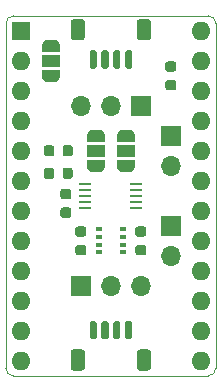
<source format=gbr>
%TF.GenerationSoftware,KiCad,Pcbnew,5.1.6+dfsg1-1~bpo10+1*%
%TF.CreationDate,Date%
%TF.ProjectId,ProMicro_QWIIC,50726f4d-6963-4726-9f5f-51574949432e,v1.0*%
%TF.SameCoordinates,Original*%
%TF.FileFunction,Soldermask,Top*%
%TF.FilePolarity,Negative*%
%FSLAX45Y45*%
G04 Gerber Fmt 4.5, Leading zero omitted, Abs format (unit mm)*
G04 Created by KiCad*
%MOMM*%
%LPD*%
G01*
G04 APERTURE LIST*
%TA.AperFunction,Profile*%
%ADD10C,0.100000*%
%TD*%
%ADD11C,0.150000*%
%ADD12R,1.500000X1.000000*%
%ADD13O,1.700000X1.700000*%
%ADD14R,1.700000X1.700000*%
%ADD15R,0.500000X0.350000*%
%ADD16R,1.100000X0.250000*%
%ADD17O,1.600000X1.600000*%
%ADD18R,1.600000X1.600000*%
G04 APERTURE END LIST*
D10*
X1651000Y63500D02*
X1651000Y-2857500D01*
X-127000Y-2857500D02*
X-127000Y63500D01*
X-63500Y-2921000D02*
G75*
G02*
X-127000Y-2857500I0J63500D01*
G01*
X1651000Y-2857500D02*
G75*
G02*
X1587500Y-2921000I-63500J0D01*
G01*
X1587500Y127000D02*
G75*
G02*
X1651000Y63500I0J-63500D01*
G01*
X-127000Y63500D02*
G75*
G02*
X-63500Y127000I63500J0D01*
G01*
X1587500Y-2921000D02*
X-63500Y-2921000D01*
X-63500Y127000D02*
X1587500Y127000D01*
D11*
G36*
X329000Y-329000D02*
G01*
X329000Y-384000D01*
X328940Y-384000D01*
X328940Y-386453D01*
X328459Y-391336D01*
X327502Y-396149D01*
X326077Y-400844D01*
X324200Y-405378D01*
X321886Y-409705D01*
X319160Y-413785D01*
X316048Y-417578D01*
X312578Y-421048D01*
X308785Y-424160D01*
X304705Y-426886D01*
X300378Y-429199D01*
X295845Y-431077D01*
X291149Y-432502D01*
X286337Y-433459D01*
X281453Y-433940D01*
X279000Y-433940D01*
X279000Y-434000D01*
X229000Y-434000D01*
X229000Y-433940D01*
X226547Y-433940D01*
X221663Y-433459D01*
X216851Y-432502D01*
X212155Y-431077D01*
X207622Y-429199D01*
X203295Y-426886D01*
X199215Y-424160D01*
X195422Y-421048D01*
X191952Y-417578D01*
X188840Y-413785D01*
X186114Y-409705D01*
X183800Y-405378D01*
X181923Y-400844D01*
X180498Y-396149D01*
X179541Y-391336D01*
X179060Y-386453D01*
X179060Y-384000D01*
X179000Y-384000D01*
X179000Y-329000D01*
X329000Y-329000D01*
G37*
D12*
X254000Y-254000D03*
D11*
G36*
X179060Y-124000D02*
G01*
X179060Y-121547D01*
X179541Y-116663D01*
X180498Y-111851D01*
X181923Y-107155D01*
X183800Y-102622D01*
X186114Y-98295D01*
X188840Y-94215D01*
X191952Y-90422D01*
X195422Y-86952D01*
X199215Y-83840D01*
X203295Y-81114D01*
X207622Y-78801D01*
X212155Y-76923D01*
X216851Y-75498D01*
X221663Y-74541D01*
X226547Y-74060D01*
X229000Y-74060D01*
X229000Y-74000D01*
X279000Y-74000D01*
X279000Y-74060D01*
X281453Y-74060D01*
X286337Y-74541D01*
X291149Y-75498D01*
X295845Y-76923D01*
X300378Y-78801D01*
X304705Y-81114D01*
X308785Y-83840D01*
X312578Y-86952D01*
X316048Y-90422D01*
X319160Y-94215D01*
X321886Y-98295D01*
X324200Y-102622D01*
X326077Y-107155D01*
X327502Y-111851D01*
X328459Y-116663D01*
X328940Y-121547D01*
X328940Y-124000D01*
X329000Y-124000D01*
X329000Y-179000D01*
X179000Y-179000D01*
X179000Y-124000D01*
X179060Y-124000D01*
G37*
G36*
G01*
X533625Y-1743000D02*
X482375Y-1743000D01*
G75*
G02*
X460500Y-1721125I0J21875D01*
G01*
X460500Y-1677375D01*
G75*
G02*
X482375Y-1655500I21875J0D01*
G01*
X533625Y-1655500D01*
G75*
G02*
X555500Y-1677375I0J-21875D01*
G01*
X555500Y-1721125D01*
G75*
G02*
X533625Y-1743000I-21875J0D01*
G01*
G37*
G36*
G01*
X533625Y-1900500D02*
X482375Y-1900500D01*
G75*
G02*
X460500Y-1878625I0J21875D01*
G01*
X460500Y-1834875D01*
G75*
G02*
X482375Y-1813000I21875J0D01*
G01*
X533625Y-1813000D01*
G75*
G02*
X555500Y-1834875I0J-21875D01*
G01*
X555500Y-1878625D01*
G75*
G02*
X533625Y-1900500I-21875J0D01*
G01*
G37*
G36*
G01*
X1041625Y-1743000D02*
X990375Y-1743000D01*
G75*
G02*
X968500Y-1721125I0J21875D01*
G01*
X968500Y-1677375D01*
G75*
G02*
X990375Y-1655500I21875J0D01*
G01*
X1041625Y-1655500D01*
G75*
G02*
X1063500Y-1677375I0J-21875D01*
G01*
X1063500Y-1721125D01*
G75*
G02*
X1041625Y-1743000I-21875J0D01*
G01*
G37*
G36*
G01*
X1041625Y-1900500D02*
X990375Y-1900500D01*
G75*
G02*
X968500Y-1878625I0J21875D01*
G01*
X968500Y-1834875D01*
G75*
G02*
X990375Y-1813000I21875J0D01*
G01*
X1041625Y-1813000D01*
G75*
G02*
X1063500Y-1834875I0J-21875D01*
G01*
X1063500Y-1878625D01*
G75*
G02*
X1041625Y-1900500I-21875J0D01*
G01*
G37*
D13*
X508000Y-635000D03*
X762000Y-635000D03*
D14*
X1016000Y-635000D03*
D13*
X1016000Y-2159000D03*
X762000Y-2159000D03*
D14*
X508000Y-2159000D03*
D11*
G36*
X814000Y-941000D02*
G01*
X814000Y-886000D01*
X814060Y-886000D01*
X814060Y-883547D01*
X814541Y-878663D01*
X815498Y-873851D01*
X816923Y-869155D01*
X818800Y-864622D01*
X821114Y-860295D01*
X823840Y-856215D01*
X826952Y-852422D01*
X830422Y-848952D01*
X834215Y-845840D01*
X838295Y-843114D01*
X842622Y-840800D01*
X847155Y-838923D01*
X851851Y-837498D01*
X856663Y-836541D01*
X861547Y-836060D01*
X864000Y-836060D01*
X864000Y-836000D01*
X914000Y-836000D01*
X914000Y-836060D01*
X916453Y-836060D01*
X921336Y-836541D01*
X926149Y-837498D01*
X930844Y-838923D01*
X935378Y-840800D01*
X939705Y-843114D01*
X943785Y-845840D01*
X947578Y-848952D01*
X951048Y-852422D01*
X954160Y-856215D01*
X956886Y-860295D01*
X959199Y-864622D01*
X961077Y-869155D01*
X962502Y-873851D01*
X963459Y-878663D01*
X963940Y-883547D01*
X963940Y-886000D01*
X964000Y-886000D01*
X964000Y-941000D01*
X814000Y-941000D01*
G37*
D12*
X889000Y-1016000D03*
D11*
G36*
X963940Y-1146000D02*
G01*
X963940Y-1148453D01*
X963459Y-1153337D01*
X962502Y-1158149D01*
X961077Y-1162845D01*
X959199Y-1167378D01*
X956886Y-1171705D01*
X954160Y-1175785D01*
X951048Y-1179578D01*
X947578Y-1183048D01*
X943785Y-1186160D01*
X939705Y-1188886D01*
X935378Y-1191200D01*
X930844Y-1193077D01*
X926149Y-1194502D01*
X921336Y-1195459D01*
X916453Y-1195940D01*
X914000Y-1195940D01*
X914000Y-1196000D01*
X864000Y-1196000D01*
X864000Y-1195940D01*
X861547Y-1195940D01*
X856663Y-1195459D01*
X851851Y-1194502D01*
X847155Y-1193077D01*
X842622Y-1191200D01*
X838295Y-1188886D01*
X834215Y-1186160D01*
X830422Y-1183048D01*
X826952Y-1179578D01*
X823840Y-1175785D01*
X821114Y-1171705D01*
X818800Y-1167378D01*
X816923Y-1162845D01*
X815498Y-1158149D01*
X814541Y-1153337D01*
X814060Y-1148453D01*
X814060Y-1146000D01*
X814000Y-1146000D01*
X814000Y-1091000D01*
X964000Y-1091000D01*
X964000Y-1146000D01*
X963940Y-1146000D01*
G37*
G36*
X710000Y-1091000D02*
G01*
X710000Y-1146000D01*
X709940Y-1146000D01*
X709940Y-1148453D01*
X709459Y-1153337D01*
X708502Y-1158149D01*
X707077Y-1162845D01*
X705199Y-1167378D01*
X702886Y-1171705D01*
X700160Y-1175785D01*
X697048Y-1179578D01*
X693578Y-1183048D01*
X689785Y-1186160D01*
X685705Y-1188886D01*
X681378Y-1191200D01*
X676845Y-1193077D01*
X672149Y-1194502D01*
X667337Y-1195459D01*
X662453Y-1195940D01*
X660000Y-1195940D01*
X660000Y-1196000D01*
X610000Y-1196000D01*
X610000Y-1195940D01*
X607547Y-1195940D01*
X602664Y-1195459D01*
X597851Y-1194502D01*
X593156Y-1193077D01*
X588622Y-1191200D01*
X584295Y-1188886D01*
X580215Y-1186160D01*
X576422Y-1183048D01*
X572952Y-1179578D01*
X569840Y-1175785D01*
X567114Y-1171705D01*
X564801Y-1167378D01*
X562923Y-1162845D01*
X561498Y-1158149D01*
X560541Y-1153337D01*
X560060Y-1148453D01*
X560060Y-1146000D01*
X560000Y-1146000D01*
X560000Y-1091000D01*
X710000Y-1091000D01*
G37*
D12*
X635000Y-1016000D03*
D11*
G36*
X560060Y-886000D02*
G01*
X560060Y-883547D01*
X560541Y-878663D01*
X561498Y-873851D01*
X562923Y-869155D01*
X564801Y-864622D01*
X567114Y-860295D01*
X569840Y-856215D01*
X572952Y-852422D01*
X576422Y-848952D01*
X580215Y-845840D01*
X584295Y-843114D01*
X588622Y-840800D01*
X593156Y-838923D01*
X597851Y-837498D01*
X602664Y-836541D01*
X607547Y-836060D01*
X610000Y-836060D01*
X610000Y-836000D01*
X660000Y-836000D01*
X660000Y-836060D01*
X662453Y-836060D01*
X667337Y-836541D01*
X672149Y-837498D01*
X676845Y-838923D01*
X681378Y-840800D01*
X685705Y-843114D01*
X689785Y-845840D01*
X693578Y-848952D01*
X697048Y-852422D01*
X700160Y-856215D01*
X702886Y-860295D01*
X705199Y-864622D01*
X707077Y-869155D01*
X708502Y-873851D01*
X709459Y-878663D01*
X709940Y-883547D01*
X709940Y-886000D01*
X710000Y-886000D01*
X710000Y-941000D01*
X560000Y-941000D01*
X560000Y-886000D01*
X560060Y-886000D01*
G37*
D15*
X864500Y-1680500D03*
X864500Y-1745500D03*
X864500Y-1810500D03*
X864500Y-1875500D03*
X659500Y-1875500D03*
X659500Y-1810500D03*
X659500Y-1745500D03*
X659500Y-1680500D03*
D16*
X547000Y-1497000D03*
X547000Y-1447000D03*
X547000Y-1397000D03*
X547000Y-1347000D03*
X547000Y-1297000D03*
X977000Y-1297000D03*
X977000Y-1347000D03*
X977000Y-1397000D03*
X977000Y-1447000D03*
X977000Y-1497000D03*
D13*
X1270000Y-1143000D03*
D14*
X1270000Y-889000D03*
D13*
X1270000Y-1905000D03*
D14*
X1270000Y-1651000D03*
G36*
G01*
X352500Y-1041625D02*
X352500Y-990375D01*
G75*
G02*
X374375Y-968500I21875J0D01*
G01*
X418125Y-968500D01*
G75*
G02*
X440000Y-990375I0J-21875D01*
G01*
X440000Y-1041625D01*
G75*
G02*
X418125Y-1063500I-21875J0D01*
G01*
X374375Y-1063500D01*
G75*
G02*
X352500Y-1041625I0J21875D01*
G01*
G37*
G36*
G01*
X195000Y-1041625D02*
X195000Y-990375D01*
G75*
G02*
X216875Y-968500I21875J0D01*
G01*
X260625Y-968500D01*
G75*
G02*
X282500Y-990375I0J-21875D01*
G01*
X282500Y-1041625D01*
G75*
G02*
X260625Y-1063500I-21875J0D01*
G01*
X216875Y-1063500D01*
G75*
G02*
X195000Y-1041625I0J21875D01*
G01*
G37*
G36*
G01*
X352500Y-1232125D02*
X352500Y-1180875D01*
G75*
G02*
X374375Y-1159000I21875J0D01*
G01*
X418125Y-1159000D01*
G75*
G02*
X440000Y-1180875I0J-21875D01*
G01*
X440000Y-1232125D01*
G75*
G02*
X418125Y-1254000I-21875J0D01*
G01*
X374375Y-1254000D01*
G75*
G02*
X352500Y-1232125I0J21875D01*
G01*
G37*
G36*
G01*
X195000Y-1232125D02*
X195000Y-1180875D01*
G75*
G02*
X216875Y-1159000I21875J0D01*
G01*
X260625Y-1159000D01*
G75*
G02*
X282500Y-1180875I0J-21875D01*
G01*
X282500Y-1232125D01*
G75*
G02*
X260625Y-1254000I-21875J0D01*
G01*
X216875Y-1254000D01*
G75*
G02*
X195000Y-1232125I0J21875D01*
G01*
G37*
G36*
G01*
X1295625Y-346000D02*
X1244375Y-346000D01*
G75*
G02*
X1222500Y-324125I0J21875D01*
G01*
X1222500Y-280375D01*
G75*
G02*
X1244375Y-258500I21875J0D01*
G01*
X1295625Y-258500D01*
G75*
G02*
X1317500Y-280375I0J-21875D01*
G01*
X1317500Y-324125D01*
G75*
G02*
X1295625Y-346000I-21875J0D01*
G01*
G37*
G36*
G01*
X1295625Y-503500D02*
X1244375Y-503500D01*
G75*
G02*
X1222500Y-481625I0J21875D01*
G01*
X1222500Y-437875D01*
G75*
G02*
X1244375Y-416000I21875J0D01*
G01*
X1295625Y-416000D01*
G75*
G02*
X1317500Y-437875I0J-21875D01*
G01*
X1317500Y-481625D01*
G75*
G02*
X1295625Y-503500I-21875J0D01*
G01*
G37*
G36*
G01*
X542000Y-2722000D02*
X542000Y-2852000D01*
G75*
G02*
X517000Y-2877000I-25000J0D01*
G01*
X447000Y-2877000D01*
G75*
G02*
X422000Y-2852000I0J25000D01*
G01*
X422000Y-2722000D01*
G75*
G02*
X447000Y-2697000I25000J0D01*
G01*
X517000Y-2697000D01*
G75*
G02*
X542000Y-2722000I0J-25000D01*
G01*
G37*
G36*
G01*
X1102000Y-2722000D02*
X1102000Y-2852000D01*
G75*
G02*
X1077000Y-2877000I-25000J0D01*
G01*
X1007000Y-2877000D01*
G75*
G02*
X982000Y-2852000I0J25000D01*
G01*
X982000Y-2722000D01*
G75*
G02*
X1007000Y-2697000I25000J0D01*
G01*
X1077000Y-2697000D01*
G75*
G02*
X1102000Y-2722000I0J-25000D01*
G01*
G37*
G36*
G01*
X642000Y-2472000D02*
X642000Y-2597000D01*
G75*
G02*
X627000Y-2612000I-15000J0D01*
G01*
X597000Y-2612000D01*
G75*
G02*
X582000Y-2597000I0J15000D01*
G01*
X582000Y-2472000D01*
G75*
G02*
X597000Y-2457000I15000J0D01*
G01*
X627000Y-2457000D01*
G75*
G02*
X642000Y-2472000I0J-15000D01*
G01*
G37*
G36*
G01*
X742000Y-2472000D02*
X742000Y-2597000D01*
G75*
G02*
X727000Y-2612000I-15000J0D01*
G01*
X697000Y-2612000D01*
G75*
G02*
X682000Y-2597000I0J15000D01*
G01*
X682000Y-2472000D01*
G75*
G02*
X697000Y-2457000I15000J0D01*
G01*
X727000Y-2457000D01*
G75*
G02*
X742000Y-2472000I0J-15000D01*
G01*
G37*
G36*
G01*
X842000Y-2472000D02*
X842000Y-2597000D01*
G75*
G02*
X827000Y-2612000I-15000J0D01*
G01*
X797000Y-2612000D01*
G75*
G02*
X782000Y-2597000I0J15000D01*
G01*
X782000Y-2472000D01*
G75*
G02*
X797000Y-2457000I15000J0D01*
G01*
X827000Y-2457000D01*
G75*
G02*
X842000Y-2472000I0J-15000D01*
G01*
G37*
G36*
G01*
X942000Y-2472000D02*
X942000Y-2597000D01*
G75*
G02*
X927000Y-2612000I-15000J0D01*
G01*
X897000Y-2612000D01*
G75*
G02*
X882000Y-2597000I0J15000D01*
G01*
X882000Y-2472000D01*
G75*
G02*
X897000Y-2457000I15000J0D01*
G01*
X927000Y-2457000D01*
G75*
G02*
X942000Y-2472000I0J-15000D01*
G01*
G37*
G36*
G01*
X982000Y-55000D02*
X982000Y75000D01*
G75*
G02*
X1007000Y100000I25000J0D01*
G01*
X1077000Y100000D01*
G75*
G02*
X1102000Y75000I0J-25000D01*
G01*
X1102000Y-55000D01*
G75*
G02*
X1077000Y-80000I-25000J0D01*
G01*
X1007000Y-80000D01*
G75*
G02*
X982000Y-55000I0J25000D01*
G01*
G37*
G36*
G01*
X422000Y-55000D02*
X422000Y75000D01*
G75*
G02*
X447000Y100000I25000J0D01*
G01*
X517000Y100000D01*
G75*
G02*
X542000Y75000I0J-25000D01*
G01*
X542000Y-55000D01*
G75*
G02*
X517000Y-80000I-25000J0D01*
G01*
X447000Y-80000D01*
G75*
G02*
X422000Y-55000I0J25000D01*
G01*
G37*
G36*
G01*
X882000Y-305000D02*
X882000Y-180000D01*
G75*
G02*
X897000Y-165000I15000J0D01*
G01*
X927000Y-165000D01*
G75*
G02*
X942000Y-180000I0J-15000D01*
G01*
X942000Y-305000D01*
G75*
G02*
X927000Y-320000I-15000J0D01*
G01*
X897000Y-320000D01*
G75*
G02*
X882000Y-305000I0J15000D01*
G01*
G37*
G36*
G01*
X782000Y-305000D02*
X782000Y-180000D01*
G75*
G02*
X797000Y-165000I15000J0D01*
G01*
X827000Y-165000D01*
G75*
G02*
X842000Y-180000I0J-15000D01*
G01*
X842000Y-305000D01*
G75*
G02*
X827000Y-320000I-15000J0D01*
G01*
X797000Y-320000D01*
G75*
G02*
X782000Y-305000I0J15000D01*
G01*
G37*
G36*
G01*
X682000Y-305000D02*
X682000Y-180000D01*
G75*
G02*
X697000Y-165000I15000J0D01*
G01*
X727000Y-165000D01*
G75*
G02*
X742000Y-180000I0J-15000D01*
G01*
X742000Y-305000D01*
G75*
G02*
X727000Y-320000I-15000J0D01*
G01*
X697000Y-320000D01*
G75*
G02*
X682000Y-305000I0J15000D01*
G01*
G37*
G36*
G01*
X582000Y-305000D02*
X582000Y-180000D01*
G75*
G02*
X597000Y-165000I15000J0D01*
G01*
X627000Y-165000D01*
G75*
G02*
X642000Y-180000I0J-15000D01*
G01*
X642000Y-305000D01*
G75*
G02*
X627000Y-320000I-15000J0D01*
G01*
X597000Y-320000D01*
G75*
G02*
X582000Y-305000I0J15000D01*
G01*
G37*
D17*
X1524000Y0D03*
X1524000Y-254000D03*
X1524000Y-508000D03*
X0Y-2794000D03*
X1524000Y-762000D03*
X0Y-2540000D03*
X1524000Y-1016000D03*
X0Y-2286000D03*
X1524000Y-1270000D03*
X0Y-2032000D03*
X1524000Y-1524000D03*
X0Y-1778000D03*
X1524000Y-1778000D03*
X0Y-1524000D03*
X1524000Y-2032000D03*
X0Y-1270000D03*
X1524000Y-2286000D03*
X0Y-1016000D03*
X1524000Y-2540000D03*
X0Y-762000D03*
X1524000Y-2794000D03*
X0Y-508000D03*
X0Y-254000D03*
D18*
X0Y0D03*
G36*
G01*
X355375Y-1495500D02*
X406625Y-1495500D01*
G75*
G02*
X428500Y-1517375I0J-21875D01*
G01*
X428500Y-1561125D01*
G75*
G02*
X406625Y-1583000I-21875J0D01*
G01*
X355375Y-1583000D01*
G75*
G02*
X333500Y-1561125I0J21875D01*
G01*
X333500Y-1517375D01*
G75*
G02*
X355375Y-1495500I21875J0D01*
G01*
G37*
G36*
G01*
X355375Y-1338000D02*
X406625Y-1338000D01*
G75*
G02*
X428500Y-1359875I0J-21875D01*
G01*
X428500Y-1403625D01*
G75*
G02*
X406625Y-1425500I-21875J0D01*
G01*
X355375Y-1425500D01*
G75*
G02*
X333500Y-1403625I0J21875D01*
G01*
X333500Y-1359875D01*
G75*
G02*
X355375Y-1338000I21875J0D01*
G01*
G37*
M02*

</source>
